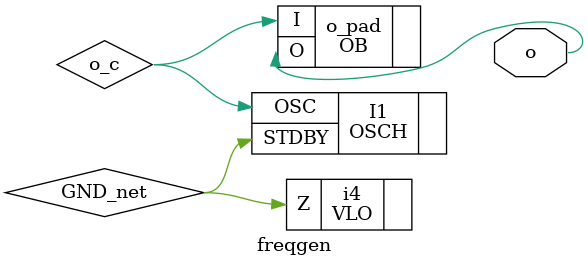
<source format=v>

module freqgen (o) /* synthesis syn_module_defined=1 */ ;   // c:/users/rrhar/desktop/dt/timer/freqgen/freqgen.v(3[8:15])
    output o;   // c:/users/rrhar/desktop/dt/timer/freqgen/freqgen.v(4[8:9])
    
    wire o_c;   // c:/users/rrhar/desktop/dt/timer/freqgen/freqgen.v(4[8:9])
    
    wire GND_net, VCC_net;
    
    OB o_pad (.I(o_c), .O(o));
    VHI i11 (.Z(VCC_net));
    OSCH I1 (.STDBY(GND_net), .OSC(o_c)) /* synthesis syn_instantiated=1 */ ;
    defparam I1.NOM_FREQ = "2.08";
    GSR GSR_INST (.GSR(VCC_net));
    VLO i4 (.Z(GND_net));
    PUR PUR_INST (.PUR(VCC_net));
    defparam PUR_INST.RST_PULSE = 1;
    
endmodule
//
// Verilog Description of module PUR
// module not written out since it is a black-box. 
//


</source>
